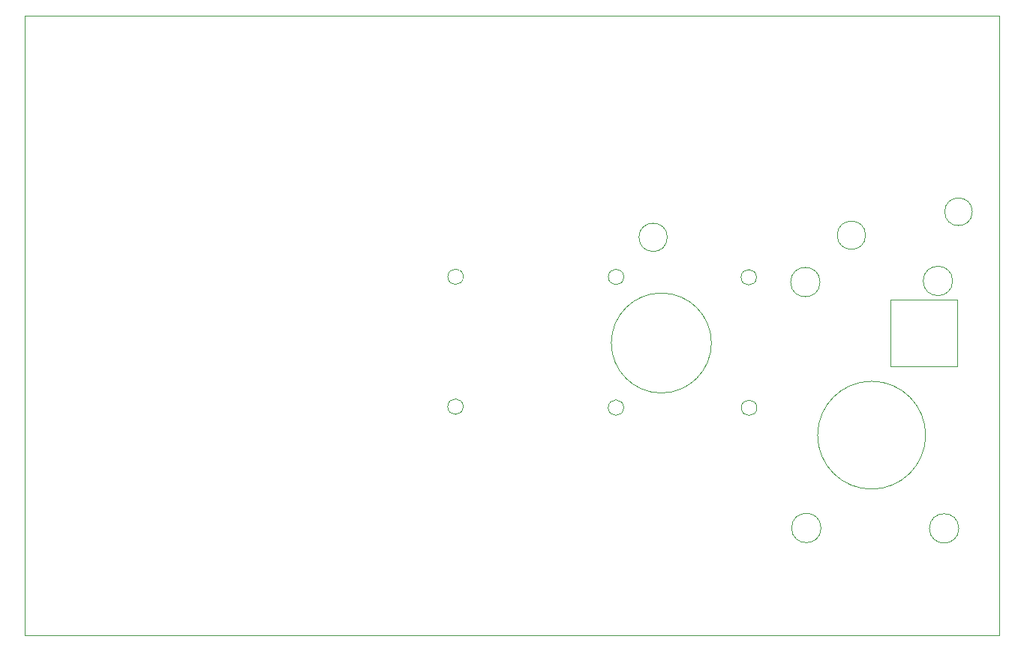
<source format=gbr>
%TF.GenerationSoftware,KiCad,Pcbnew,(7.0.0)*%
%TF.CreationDate,2024-01-25T16:52:26+01:00*%
%TF.ProjectId,Sensorbox,53656e73-6f72-4626-9f78-2e6b69636164,rev?*%
%TF.SameCoordinates,PX62b48e0PY7ffbac0*%
%TF.FileFunction,Profile,NP*%
%FSLAX46Y46*%
G04 Gerber Fmt 4.6, Leading zero omitted, Abs format (unit mm)*
G04 Created by KiCad (PCBNEW (7.0.0)) date 2024-01-25 16:52:26*
%MOMM*%
%LPD*%
G01*
G04 APERTURE LIST*
%TA.AperFunction,Profile*%
%ADD10C,0.100000*%
%TD*%
%TA.AperFunction,Profile*%
%ADD11C,0.050000*%
%TD*%
G04 APERTURE END LIST*
D10*
X0Y70000000D02*
X110000000Y70000000D01*
X110000000Y70000000D02*
X110000000Y0D01*
X110000000Y0D02*
X0Y0D01*
X0Y0D02*
X0Y70000000D01*
D11*
%TO.C,SB105*%
X97680000Y30380000D02*
X105250000Y30380000D01*
X105250000Y30380000D02*
X105250000Y37940000D01*
X105250000Y37940000D02*
X97680000Y37940000D01*
X97680000Y37940000D02*
X97680000Y30380000D01*
X105408945Y12060000D02*
G75*
G03*
X105408945Y12060000I-1658945J0D01*
G01*
X104708945Y40020000D02*
G75*
G03*
X104708945Y40020000I-1658945J0D01*
G01*
X101665835Y22590000D02*
G75*
G03*
X101665835Y22590000I-6095835J0D01*
G01*
X89858945Y12100000D02*
G75*
G03*
X89858945Y12100000I-1658945J0D01*
G01*
X89748945Y39890000D02*
G75*
G03*
X89748945Y39890000I-1658945J0D01*
G01*
%TO.C,SB102*%
X106930000Y47840000D02*
G75*
G03*
X106930000Y47840000I-1557241J0D01*
G01*
%TO.C,UB101*%
X72507561Y44950000D02*
G75*
G03*
X72507561Y44950000I-1598781J0D01*
G01*
X94888781Y45190000D02*
G75*
G03*
X94888781Y45190000I-1598781J0D01*
G01*
%TO.C,SB101*%
X49487716Y40493485D02*
G75*
G03*
X49487716Y40493485I-874757J0D01*
G01*
X67597716Y40473485D02*
G75*
G03*
X67597716Y40473485I-874757J0D01*
G01*
X82577716Y40433485D02*
G75*
G03*
X82577716Y40433485I-874757J0D01*
G01*
D10*
X77487333Y33008315D02*
G75*
G03*
X77487333Y33008315I-5649150J0D01*
G01*
D11*
X49477716Y25813485D02*
G75*
G03*
X49477716Y25813485I-874757J0D01*
G01*
X67587716Y25703485D02*
G75*
G03*
X67587716Y25703485I-874757J0D01*
G01*
X82617716Y25683485D02*
G75*
G03*
X82617716Y25683485I-874757J0D01*
G01*
%TD*%
M02*

</source>
